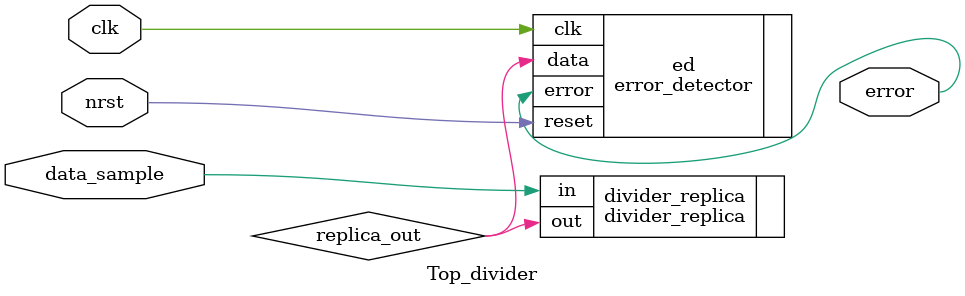
<source format=v>
module Top_divider (
    input clk,
    input nrst,
    input data_sample,
    output error
);

    wire replica_out;
    divider_replica divider_replica(
        .in(data_sample),
        .out(replica_out)
    );
    error_detector ed(
        .data(replica_out),
        .clk(clk),
        .reset(nrst),
        .error(error)
    ); 
endmodule
</source>
